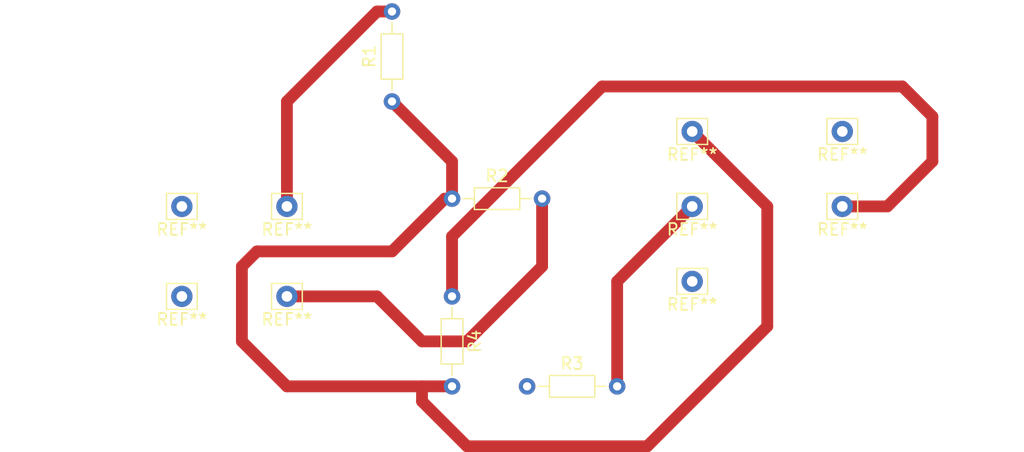
<source format=kicad_pcb>
(kicad_pcb (version 20171130) (host pcbnew "(5.1.4)-1")

  (general
    (thickness 1.6)
    (drawings 0)
    (tracks 33)
    (zones 0)
    (modules 13)
    (nets 6)
  )

  (page A4)
  (layers
    (0 F.Cu signal)
    (31 B.Cu signal)
    (32 B.Adhes user)
    (33 F.Adhes user)
    (34 B.Paste user)
    (35 F.Paste user)
    (36 B.SilkS user)
    (37 F.SilkS user)
    (38 B.Mask user)
    (39 F.Mask user)
    (40 Dwgs.User user)
    (41 Cmts.User user)
    (42 Eco1.User user)
    (43 Eco2.User user)
    (44 Edge.Cuts user)
    (45 Margin user)
    (46 B.CrtYd user)
    (47 F.CrtYd user)
    (48 B.Fab user)
    (49 F.Fab user)
  )

  (setup
    (last_trace_width 0.25)
    (user_trace_width 1)
    (trace_clearance 0.2)
    (zone_clearance 0.508)
    (zone_45_only no)
    (trace_min 0.2)
    (via_size 0.8)
    (via_drill 0.4)
    (via_min_size 0.4)
    (via_min_drill 0.3)
    (uvia_size 0.3)
    (uvia_drill 0.1)
    (uvias_allowed no)
    (uvia_min_size 0.2)
    (uvia_min_drill 0.1)
    (edge_width 0.05)
    (segment_width 0.2)
    (pcb_text_width 0.3)
    (pcb_text_size 1.5 1.5)
    (mod_edge_width 0.12)
    (mod_text_size 1 1)
    (mod_text_width 0.15)
    (pad_size 1.524 1.524)
    (pad_drill 0.762)
    (pad_to_mask_clearance 0.051)
    (solder_mask_min_width 0.25)
    (aux_axis_origin 0 0)
    (visible_elements 7FFFFFFF)
    (pcbplotparams
      (layerselection 0x010fc_ffffffff)
      (usegerberextensions false)
      (usegerberattributes false)
      (usegerberadvancedattributes false)
      (creategerberjobfile false)
      (excludeedgelayer true)
      (linewidth 0.100000)
      (plotframeref false)
      (viasonmask false)
      (mode 1)
      (useauxorigin false)
      (hpglpennumber 1)
      (hpglpenspeed 20)
      (hpglpendiameter 15.000000)
      (psnegative false)
      (psa4output false)
      (plotreference true)
      (plotvalue true)
      (plotinvisibletext false)
      (padsonsilk false)
      (subtractmaskfromsilk false)
      (outputformat 1)
      (mirror false)
      (drillshape 1)
      (scaleselection 1)
      (outputdirectory ""))
  )

  (net 0 "")
  (net 1 "Net-(R1-Pad2)")
  (net 2 "Net-(R1-Pad1)")
  (net 3 "Net-(R2-Pad2)")
  (net 4 Earth)
  (net 5 "Net-(R4-Pad1)")

  (net_class Default "Esta es la clase de red por defecto."
    (clearance 0.2)
    (trace_width 0.25)
    (via_dia 0.8)
    (via_drill 0.4)
    (uvia_dia 0.3)
    (uvia_drill 0.1)
    (add_net Earth)
    (add_net "Net-(R1-Pad1)")
    (add_net "Net-(R1-Pad2)")
    (add_net "Net-(R2-Pad2)")
    (add_net "Net-(R4-Pad1)")
  )

  (module Connector_Pin:Pin_D0.9mm_L10.0mm_W2.4mm_FlatFork (layer F.Cu) (tedit 5A1DC084) (tstamp 5DB9C128)
    (at 181.61 95.25)
    (descr "solder Pin_ with flat fork, hole diameter 0.9mm, length 10.0mm, width 2.4mm")
    (tags "solder Pin_ with flat fork")
    (fp_text reference REF** (at 0 1.95) (layer F.SilkS)
      (effects (font (size 1 1) (thickness 0.15)))
    )
    (fp_text value Pin_D0.9mm_L10.0mm_W2.4mm_FlatFork (at 0 -2.05) (layer F.Fab)
      (effects (font (size 1 1) (thickness 0.15)))
    )
    (fp_text user %R (at 0 1.95) (layer F.Fab)
      (effects (font (size 1 1) (thickness 0.15)))
    )
    (fp_line (start -1.3 -1.1) (end -1.3 0.6) (layer F.SilkS) (width 0.12))
    (fp_line (start -1.3 0.6) (end -1.3 1.1) (layer F.SilkS) (width 0.12))
    (fp_line (start -1.3 1.1) (end 1.3 1.1) (layer F.SilkS) (width 0.12))
    (fp_line (start 1.3 1.1) (end 1.3 -1.1) (layer F.SilkS) (width 0.12))
    (fp_line (start 1.3 -1.1) (end -1.3 -1.1) (layer F.SilkS) (width 0.12))
    (fp_line (start -1.2 -0.25) (end -1.2 0.25) (layer F.Fab) (width 0.12))
    (fp_line (start -1.2 0.25) (end 1.2 0.25) (layer F.Fab) (width 0.12))
    (fp_line (start 1.2 0.25) (end 1.2 -0.25) (layer F.Fab) (width 0.12))
    (fp_line (start 1.2 -0.25) (end -1.2 -0.25) (layer F.Fab) (width 0.12))
    (fp_line (start -1.7 -1.4) (end 1.7 -1.4) (layer F.CrtYd) (width 0.05))
    (fp_line (start -1.7 -1.4) (end -1.7 1.4) (layer F.CrtYd) (width 0.05))
    (fp_line (start 1.7 1.4) (end 1.7 -1.4) (layer F.CrtYd) (width 0.05))
    (fp_line (start 1.7 1.4) (end -1.7 1.4) (layer F.CrtYd) (width 0.05))
    (pad 1 thru_hole circle (at 0 0) (size 1.8 1.8) (drill 0.9) (layers *.Cu *.Mask))
    (model ${KISYS3DMOD}/Connector_Pin.3dshapes/Pin_D0.9mm_L10.0mm_W2.4mm_FlatFork.wrl
      (at (xyz 0 0 0))
      (scale (xyz 1 1 1))
      (rotate (xyz 0 0 0))
    )
  )

  (module Connector_Pin:Pin_D0.9mm_L10.0mm_W2.4mm_FlatFork (layer F.Cu) (tedit 5A1DC084) (tstamp 5DB9C116)
    (at 181.61 88.9)
    (descr "solder Pin_ with flat fork, hole diameter 0.9mm, length 10.0mm, width 2.4mm")
    (tags "solder Pin_ with flat fork")
    (fp_text reference REF** (at 0 1.95) (layer F.SilkS)
      (effects (font (size 1 1) (thickness 0.15)))
    )
    (fp_text value Pin_D0.9mm_L10.0mm_W2.4mm_FlatFork (at 0 -2.05) (layer F.Fab)
      (effects (font (size 1 1) (thickness 0.15)))
    )
    (fp_text user %R (at 0 1.95) (layer F.Fab)
      (effects (font (size 1 1) (thickness 0.15)))
    )
    (fp_line (start -1.3 -1.1) (end -1.3 0.6) (layer F.SilkS) (width 0.12))
    (fp_line (start -1.3 0.6) (end -1.3 1.1) (layer F.SilkS) (width 0.12))
    (fp_line (start -1.3 1.1) (end 1.3 1.1) (layer F.SilkS) (width 0.12))
    (fp_line (start 1.3 1.1) (end 1.3 -1.1) (layer F.SilkS) (width 0.12))
    (fp_line (start 1.3 -1.1) (end -1.3 -1.1) (layer F.SilkS) (width 0.12))
    (fp_line (start -1.2 -0.25) (end -1.2 0.25) (layer F.Fab) (width 0.12))
    (fp_line (start -1.2 0.25) (end 1.2 0.25) (layer F.Fab) (width 0.12))
    (fp_line (start 1.2 0.25) (end 1.2 -0.25) (layer F.Fab) (width 0.12))
    (fp_line (start 1.2 -0.25) (end -1.2 -0.25) (layer F.Fab) (width 0.12))
    (fp_line (start -1.7 -1.4) (end 1.7 -1.4) (layer F.CrtYd) (width 0.05))
    (fp_line (start -1.7 -1.4) (end -1.7 1.4) (layer F.CrtYd) (width 0.05))
    (fp_line (start 1.7 1.4) (end 1.7 -1.4) (layer F.CrtYd) (width 0.05))
    (fp_line (start 1.7 1.4) (end -1.7 1.4) (layer F.CrtYd) (width 0.05))
    (pad 1 thru_hole circle (at 0 0) (size 1.8 1.8) (drill 0.9) (layers *.Cu *.Mask))
    (model ${KISYS3DMOD}/Connector_Pin.3dshapes/Pin_D0.9mm_L10.0mm_W2.4mm_FlatFork.wrl
      (at (xyz 0 0 0))
      (scale (xyz 1 1 1))
      (rotate (xyz 0 0 0))
    )
  )

  (module Connector_Pin:Pin_D0.9mm_L10.0mm_W2.4mm_FlatFork (layer F.Cu) (tedit 5A1DC084) (tstamp 5DB9C104)
    (at 194.31 88.9)
    (descr "solder Pin_ with flat fork, hole diameter 0.9mm, length 10.0mm, width 2.4mm")
    (tags "solder Pin_ with flat fork")
    (fp_text reference REF** (at 0 1.95) (layer F.SilkS)
      (effects (font (size 1 1) (thickness 0.15)))
    )
    (fp_text value Pin_D0.9mm_L10.0mm_W2.4mm_FlatFork (at 0 -2.05) (layer F.Fab)
      (effects (font (size 1 1) (thickness 0.15)))
    )
    (fp_text user %R (at 0 1.95) (layer F.Fab)
      (effects (font (size 1 1) (thickness 0.15)))
    )
    (fp_line (start -1.3 -1.1) (end -1.3 0.6) (layer F.SilkS) (width 0.12))
    (fp_line (start -1.3 0.6) (end -1.3 1.1) (layer F.SilkS) (width 0.12))
    (fp_line (start -1.3 1.1) (end 1.3 1.1) (layer F.SilkS) (width 0.12))
    (fp_line (start 1.3 1.1) (end 1.3 -1.1) (layer F.SilkS) (width 0.12))
    (fp_line (start 1.3 -1.1) (end -1.3 -1.1) (layer F.SilkS) (width 0.12))
    (fp_line (start -1.2 -0.25) (end -1.2 0.25) (layer F.Fab) (width 0.12))
    (fp_line (start -1.2 0.25) (end 1.2 0.25) (layer F.Fab) (width 0.12))
    (fp_line (start 1.2 0.25) (end 1.2 -0.25) (layer F.Fab) (width 0.12))
    (fp_line (start 1.2 -0.25) (end -1.2 -0.25) (layer F.Fab) (width 0.12))
    (fp_line (start -1.7 -1.4) (end 1.7 -1.4) (layer F.CrtYd) (width 0.05))
    (fp_line (start -1.7 -1.4) (end -1.7 1.4) (layer F.CrtYd) (width 0.05))
    (fp_line (start 1.7 1.4) (end 1.7 -1.4) (layer F.CrtYd) (width 0.05))
    (fp_line (start 1.7 1.4) (end -1.7 1.4) (layer F.CrtYd) (width 0.05))
    (pad 1 thru_hole circle (at 0 0) (size 1.8 1.8) (drill 0.9) (layers *.Cu *.Mask))
    (model ${KISYS3DMOD}/Connector_Pin.3dshapes/Pin_D0.9mm_L10.0mm_W2.4mm_FlatFork.wrl
      (at (xyz 0 0 0))
      (scale (xyz 1 1 1))
      (rotate (xyz 0 0 0))
    )
  )

  (module Connector_Pin:Pin_D0.9mm_L10.0mm_W2.4mm_FlatFork (layer F.Cu) (tedit 5A1DC084) (tstamp 5DB9C0F2)
    (at 181.61 101.6)
    (descr "solder Pin_ with flat fork, hole diameter 0.9mm, length 10.0mm, width 2.4mm")
    (tags "solder Pin_ with flat fork")
    (fp_text reference REF** (at 0 1.95) (layer F.SilkS)
      (effects (font (size 1 1) (thickness 0.15)))
    )
    (fp_text value Pin_D0.9mm_L10.0mm_W2.4mm_FlatFork (at 0 -2.05) (layer F.Fab)
      (effects (font (size 1 1) (thickness 0.15)))
    )
    (fp_text user %R (at 0 1.95) (layer F.Fab)
      (effects (font (size 1 1) (thickness 0.15)))
    )
    (fp_line (start -1.3 -1.1) (end -1.3 0.6) (layer F.SilkS) (width 0.12))
    (fp_line (start -1.3 0.6) (end -1.3 1.1) (layer F.SilkS) (width 0.12))
    (fp_line (start -1.3 1.1) (end 1.3 1.1) (layer F.SilkS) (width 0.12))
    (fp_line (start 1.3 1.1) (end 1.3 -1.1) (layer F.SilkS) (width 0.12))
    (fp_line (start 1.3 -1.1) (end -1.3 -1.1) (layer F.SilkS) (width 0.12))
    (fp_line (start -1.2 -0.25) (end -1.2 0.25) (layer F.Fab) (width 0.12))
    (fp_line (start -1.2 0.25) (end 1.2 0.25) (layer F.Fab) (width 0.12))
    (fp_line (start 1.2 0.25) (end 1.2 -0.25) (layer F.Fab) (width 0.12))
    (fp_line (start 1.2 -0.25) (end -1.2 -0.25) (layer F.Fab) (width 0.12))
    (fp_line (start -1.7 -1.4) (end 1.7 -1.4) (layer F.CrtYd) (width 0.05))
    (fp_line (start -1.7 -1.4) (end -1.7 1.4) (layer F.CrtYd) (width 0.05))
    (fp_line (start 1.7 1.4) (end 1.7 -1.4) (layer F.CrtYd) (width 0.05))
    (fp_line (start 1.7 1.4) (end -1.7 1.4) (layer F.CrtYd) (width 0.05))
    (pad 1 thru_hole circle (at 0 0) (size 1.8 1.8) (drill 0.9) (layers *.Cu *.Mask))
    (model ${KISYS3DMOD}/Connector_Pin.3dshapes/Pin_D0.9mm_L10.0mm_W2.4mm_FlatFork.wrl
      (at (xyz 0 0 0))
      (scale (xyz 1 1 1))
      (rotate (xyz 0 0 0))
    )
  )

  (module Connector_Pin:Pin_D0.9mm_L10.0mm_W2.4mm_FlatFork (layer F.Cu) (tedit 5A1DC084) (tstamp 5DB9C0E0)
    (at 194.31 95.25)
    (descr "solder Pin_ with flat fork, hole diameter 0.9mm, length 10.0mm, width 2.4mm")
    (tags "solder Pin_ with flat fork")
    (fp_text reference REF** (at 0 1.95) (layer F.SilkS)
      (effects (font (size 1 1) (thickness 0.15)))
    )
    (fp_text value Pin_D0.9mm_L10.0mm_W2.4mm_FlatFork (at 0 -2.05) (layer F.Fab)
      (effects (font (size 1 1) (thickness 0.15)))
    )
    (fp_text user %R (at 0 1.95) (layer F.Fab)
      (effects (font (size 1 1) (thickness 0.15)))
    )
    (fp_line (start -1.3 -1.1) (end -1.3 0.6) (layer F.SilkS) (width 0.12))
    (fp_line (start -1.3 0.6) (end -1.3 1.1) (layer F.SilkS) (width 0.12))
    (fp_line (start -1.3 1.1) (end 1.3 1.1) (layer F.SilkS) (width 0.12))
    (fp_line (start 1.3 1.1) (end 1.3 -1.1) (layer F.SilkS) (width 0.12))
    (fp_line (start 1.3 -1.1) (end -1.3 -1.1) (layer F.SilkS) (width 0.12))
    (fp_line (start -1.2 -0.25) (end -1.2 0.25) (layer F.Fab) (width 0.12))
    (fp_line (start -1.2 0.25) (end 1.2 0.25) (layer F.Fab) (width 0.12))
    (fp_line (start 1.2 0.25) (end 1.2 -0.25) (layer F.Fab) (width 0.12))
    (fp_line (start 1.2 -0.25) (end -1.2 -0.25) (layer F.Fab) (width 0.12))
    (fp_line (start -1.7 -1.4) (end 1.7 -1.4) (layer F.CrtYd) (width 0.05))
    (fp_line (start -1.7 -1.4) (end -1.7 1.4) (layer F.CrtYd) (width 0.05))
    (fp_line (start 1.7 1.4) (end 1.7 -1.4) (layer F.CrtYd) (width 0.05))
    (fp_line (start 1.7 1.4) (end -1.7 1.4) (layer F.CrtYd) (width 0.05))
    (pad 1 thru_hole circle (at 0 0) (size 1.8 1.8) (drill 0.9) (layers *.Cu *.Mask))
    (model ${KISYS3DMOD}/Connector_Pin.3dshapes/Pin_D0.9mm_L10.0mm_W2.4mm_FlatFork.wrl
      (at (xyz 0 0 0))
      (scale (xyz 1 1 1))
      (rotate (xyz 0 0 0))
    )
  )

  (module Connector_Pin:Pin_D0.9mm_L10.0mm_W2.4mm_FlatFork (layer F.Cu) (tedit 5A1DC084) (tstamp 5DB9CB91)
    (at 138.43 102.87)
    (descr "solder Pin_ with flat fork, hole diameter 0.9mm, length 10.0mm, width 2.4mm")
    (tags "solder Pin_ with flat fork")
    (fp_text reference REF** (at 0 1.95) (layer F.SilkS)
      (effects (font (size 1 1) (thickness 0.15)))
    )
    (fp_text value Pin_D0.9mm_L10.0mm_W2.4mm_FlatFork (at 0 -2.05) (layer F.Fab)
      (effects (font (size 1 1) (thickness 0.15)))
    )
    (fp_line (start 1.7 1.4) (end -1.7 1.4) (layer F.CrtYd) (width 0.05))
    (fp_line (start 1.7 1.4) (end 1.7 -1.4) (layer F.CrtYd) (width 0.05))
    (fp_line (start -1.7 -1.4) (end -1.7 1.4) (layer F.CrtYd) (width 0.05))
    (fp_line (start -1.7 -1.4) (end 1.7 -1.4) (layer F.CrtYd) (width 0.05))
    (fp_line (start 1.2 -0.25) (end -1.2 -0.25) (layer F.Fab) (width 0.12))
    (fp_line (start 1.2 0.25) (end 1.2 -0.25) (layer F.Fab) (width 0.12))
    (fp_line (start -1.2 0.25) (end 1.2 0.25) (layer F.Fab) (width 0.12))
    (fp_line (start -1.2 -0.25) (end -1.2 0.25) (layer F.Fab) (width 0.12))
    (fp_line (start 1.3 -1.1) (end -1.3 -1.1) (layer F.SilkS) (width 0.12))
    (fp_line (start 1.3 1.1) (end 1.3 -1.1) (layer F.SilkS) (width 0.12))
    (fp_line (start -1.3 1.1) (end 1.3 1.1) (layer F.SilkS) (width 0.12))
    (fp_line (start -1.3 0.6) (end -1.3 1.1) (layer F.SilkS) (width 0.12))
    (fp_line (start -1.3 -1.1) (end -1.3 0.6) (layer F.SilkS) (width 0.12))
    (fp_text user %R (at 0 1.95) (layer F.Fab)
      (effects (font (size 1 1) (thickness 0.15)))
    )
    (pad 1 thru_hole circle (at 0 0) (size 1.8 1.8) (drill 0.9) (layers *.Cu *.Mask))
    (model ${KISYS3DMOD}/Connector_Pin.3dshapes/Pin_D0.9mm_L10.0mm_W2.4mm_FlatFork.wrl
      (at (xyz 0 0 0))
      (scale (xyz 1 1 1))
      (rotate (xyz 0 0 0))
    )
  )

  (module Connector_Pin:Pin_D0.9mm_L10.0mm_W2.4mm_FlatFork (layer F.Cu) (tedit 5A1DC084) (tstamp 5DB9CB48)
    (at 138.43 95.25)
    (descr "solder Pin_ with flat fork, hole diameter 0.9mm, length 10.0mm, width 2.4mm")
    (tags "solder Pin_ with flat fork")
    (fp_text reference REF** (at 0 1.95) (layer F.SilkS)
      (effects (font (size 1 1) (thickness 0.15)))
    )
    (fp_text value Pin_D0.9mm_L10.0mm_W2.4mm_FlatFork (at 0 -2.05) (layer F.Fab)
      (effects (font (size 1 1) (thickness 0.15)))
    )
    (fp_line (start 1.7 1.4) (end -1.7 1.4) (layer F.CrtYd) (width 0.05))
    (fp_line (start 1.7 1.4) (end 1.7 -1.4) (layer F.CrtYd) (width 0.05))
    (fp_line (start -1.7 -1.4) (end -1.7 1.4) (layer F.CrtYd) (width 0.05))
    (fp_line (start -1.7 -1.4) (end 1.7 -1.4) (layer F.CrtYd) (width 0.05))
    (fp_line (start 1.2 -0.25) (end -1.2 -0.25) (layer F.Fab) (width 0.12))
    (fp_line (start 1.2 0.25) (end 1.2 -0.25) (layer F.Fab) (width 0.12))
    (fp_line (start -1.2 0.25) (end 1.2 0.25) (layer F.Fab) (width 0.12))
    (fp_line (start -1.2 -0.25) (end -1.2 0.25) (layer F.Fab) (width 0.12))
    (fp_line (start 1.3 -1.1) (end -1.3 -1.1) (layer F.SilkS) (width 0.12))
    (fp_line (start 1.3 1.1) (end 1.3 -1.1) (layer F.SilkS) (width 0.12))
    (fp_line (start -1.3 1.1) (end 1.3 1.1) (layer F.SilkS) (width 0.12))
    (fp_line (start -1.3 0.6) (end -1.3 1.1) (layer F.SilkS) (width 0.12))
    (fp_line (start -1.3 -1.1) (end -1.3 0.6) (layer F.SilkS) (width 0.12))
    (fp_text user %R (at 0 1.95) (layer F.Fab)
      (effects (font (size 1 1) (thickness 0.15)))
    )
    (pad 1 thru_hole circle (at 0 0) (size 1.8 1.8) (drill 0.9) (layers *.Cu *.Mask))
    (model ${KISYS3DMOD}/Connector_Pin.3dshapes/Pin_D0.9mm_L10.0mm_W2.4mm_FlatFork.wrl
      (at (xyz 0 0 0))
      (scale (xyz 1 1 1))
      (rotate (xyz 0 0 0))
    )
  )

  (module Connector_Pin:Pin_D0.9mm_L10.0mm_W2.4mm_FlatFork (layer F.Cu) (tedit 5A1DC084) (tstamp 5DB9CAFF)
    (at 147.32 102.87)
    (descr "solder Pin_ with flat fork, hole diameter 0.9mm, length 10.0mm, width 2.4mm")
    (tags "solder Pin_ with flat fork")
    (fp_text reference REF** (at 0 1.95) (layer F.SilkS)
      (effects (font (size 1 1) (thickness 0.15)))
    )
    (fp_text value Pin_D0.9mm_L10.0mm_W2.4mm_FlatFork (at 0 -2.05) (layer F.Fab)
      (effects (font (size 1 1) (thickness 0.15)))
    )
    (fp_line (start 1.7 1.4) (end -1.7 1.4) (layer F.CrtYd) (width 0.05))
    (fp_line (start 1.7 1.4) (end 1.7 -1.4) (layer F.CrtYd) (width 0.05))
    (fp_line (start -1.7 -1.4) (end -1.7 1.4) (layer F.CrtYd) (width 0.05))
    (fp_line (start -1.7 -1.4) (end 1.7 -1.4) (layer F.CrtYd) (width 0.05))
    (fp_line (start 1.2 -0.25) (end -1.2 -0.25) (layer F.Fab) (width 0.12))
    (fp_line (start 1.2 0.25) (end 1.2 -0.25) (layer F.Fab) (width 0.12))
    (fp_line (start -1.2 0.25) (end 1.2 0.25) (layer F.Fab) (width 0.12))
    (fp_line (start -1.2 -0.25) (end -1.2 0.25) (layer F.Fab) (width 0.12))
    (fp_line (start 1.3 -1.1) (end -1.3 -1.1) (layer F.SilkS) (width 0.12))
    (fp_line (start 1.3 1.1) (end 1.3 -1.1) (layer F.SilkS) (width 0.12))
    (fp_line (start -1.3 1.1) (end 1.3 1.1) (layer F.SilkS) (width 0.12))
    (fp_line (start -1.3 0.6) (end -1.3 1.1) (layer F.SilkS) (width 0.12))
    (fp_line (start -1.3 -1.1) (end -1.3 0.6) (layer F.SilkS) (width 0.12))
    (fp_text user %R (at 0 1.95) (layer F.Fab)
      (effects (font (size 1 1) (thickness 0.15)))
    )
    (pad 1 thru_hole circle (at 0 0) (size 1.8 1.8) (drill 0.9) (layers *.Cu *.Mask))
    (model ${KISYS3DMOD}/Connector_Pin.3dshapes/Pin_D0.9mm_L10.0mm_W2.4mm_FlatFork.wrl
      (at (xyz 0 0 0))
      (scale (xyz 1 1 1))
      (rotate (xyz 0 0 0))
    )
  )

  (module Connector_Pin:Pin_D0.9mm_L10.0mm_W2.4mm_FlatFork (layer F.Cu) (tedit 5A1DC084) (tstamp 5DB9CAB6)
    (at 147.32 95.25)
    (descr "solder Pin_ with flat fork, hole diameter 0.9mm, length 10.0mm, width 2.4mm")
    (tags "solder Pin_ with flat fork")
    (fp_text reference REF** (at 0 1.95) (layer F.SilkS)
      (effects (font (size 1 1) (thickness 0.15)))
    )
    (fp_text value Pin_D0.9mm_L10.0mm_W2.4mm_FlatFork (at 0 -2.05) (layer F.Fab)
      (effects (font (size 1 1) (thickness 0.15)))
    )
    (fp_line (start 1.7 1.4) (end -1.7 1.4) (layer F.CrtYd) (width 0.05))
    (fp_line (start 1.7 1.4) (end 1.7 -1.4) (layer F.CrtYd) (width 0.05))
    (fp_line (start -1.7 -1.4) (end -1.7 1.4) (layer F.CrtYd) (width 0.05))
    (fp_line (start -1.7 -1.4) (end 1.7 -1.4) (layer F.CrtYd) (width 0.05))
    (fp_line (start 1.2 -0.25) (end -1.2 -0.25) (layer F.Fab) (width 0.12))
    (fp_line (start 1.2 0.25) (end 1.2 -0.25) (layer F.Fab) (width 0.12))
    (fp_line (start -1.2 0.25) (end 1.2 0.25) (layer F.Fab) (width 0.12))
    (fp_line (start -1.2 -0.25) (end -1.2 0.25) (layer F.Fab) (width 0.12))
    (fp_line (start 1.3 -1.1) (end -1.3 -1.1) (layer F.SilkS) (width 0.12))
    (fp_line (start 1.3 1.1) (end 1.3 -1.1) (layer F.SilkS) (width 0.12))
    (fp_line (start -1.3 1.1) (end 1.3 1.1) (layer F.SilkS) (width 0.12))
    (fp_line (start -1.3 0.6) (end -1.3 1.1) (layer F.SilkS) (width 0.12))
    (fp_line (start -1.3 -1.1) (end -1.3 0.6) (layer F.SilkS) (width 0.12))
    (fp_text user %R (at 0 1.95) (layer F.Fab)
      (effects (font (size 1 1) (thickness 0.15)))
    )
    (pad 1 thru_hole circle (at 0 0) (size 1.8 1.8) (drill 0.9) (layers *.Cu *.Mask))
    (model ${KISYS3DMOD}/Connector_Pin.3dshapes/Pin_D0.9mm_L10.0mm_W2.4mm_FlatFork.wrl
      (at (xyz 0 0 0))
      (scale (xyz 1 1 1))
      (rotate (xyz 0 0 0))
    )
  )

  (module Resistor_THT:R_Axial_DIN0204_L3.6mm_D1.6mm_P7.62mm_Horizontal (layer F.Cu) (tedit 5AE5139B) (tstamp 5DB9C890)
    (at 161.29 102.87 270)
    (descr "Resistor, Axial_DIN0204 series, Axial, Horizontal, pin pitch=7.62mm, 0.167W, length*diameter=3.6*1.6mm^2, http://cdn-reichelt.de/documents/datenblatt/B400/1_4W%23YAG.pdf")
    (tags "Resistor Axial_DIN0204 series Axial Horizontal pin pitch 7.62mm 0.167W length 3.6mm diameter 1.6mm")
    (path /5DB9EF12)
    (fp_text reference R4 (at 3.81 -1.92 90) (layer F.SilkS)
      (effects (font (size 1 1) (thickness 0.15)))
    )
    (fp_text value R (at 3.81 1.92 90) (layer F.Fab)
      (effects (font (size 1 1) (thickness 0.15)))
    )
    (fp_text user %R (at 3.81 0 90) (layer F.Fab)
      (effects (font (size 0.72 0.72) (thickness 0.108)))
    )
    (fp_line (start 8.57 -1.05) (end -0.95 -1.05) (layer F.CrtYd) (width 0.05))
    (fp_line (start 8.57 1.05) (end 8.57 -1.05) (layer F.CrtYd) (width 0.05))
    (fp_line (start -0.95 1.05) (end 8.57 1.05) (layer F.CrtYd) (width 0.05))
    (fp_line (start -0.95 -1.05) (end -0.95 1.05) (layer F.CrtYd) (width 0.05))
    (fp_line (start 6.68 0) (end 5.73 0) (layer F.SilkS) (width 0.12))
    (fp_line (start 0.94 0) (end 1.89 0) (layer F.SilkS) (width 0.12))
    (fp_line (start 5.73 -0.92) (end 1.89 -0.92) (layer F.SilkS) (width 0.12))
    (fp_line (start 5.73 0.92) (end 5.73 -0.92) (layer F.SilkS) (width 0.12))
    (fp_line (start 1.89 0.92) (end 5.73 0.92) (layer F.SilkS) (width 0.12))
    (fp_line (start 1.89 -0.92) (end 1.89 0.92) (layer F.SilkS) (width 0.12))
    (fp_line (start 7.62 0) (end 5.61 0) (layer F.Fab) (width 0.1))
    (fp_line (start 0 0) (end 2.01 0) (layer F.Fab) (width 0.1))
    (fp_line (start 5.61 -0.8) (end 2.01 -0.8) (layer F.Fab) (width 0.1))
    (fp_line (start 5.61 0.8) (end 5.61 -0.8) (layer F.Fab) (width 0.1))
    (fp_line (start 2.01 0.8) (end 5.61 0.8) (layer F.Fab) (width 0.1))
    (fp_line (start 2.01 -0.8) (end 2.01 0.8) (layer F.Fab) (width 0.1))
    (pad 2 thru_hole oval (at 7.62 0 270) (size 1.4 1.4) (drill 0.7) (layers *.Cu *.Mask)
      (net 2 "Net-(R1-Pad1)"))
    (pad 1 thru_hole circle (at 0 0 270) (size 1.4 1.4) (drill 0.7) (layers *.Cu *.Mask)
      (net 5 "Net-(R4-Pad1)"))
    (model ${KISYS3DMOD}/Resistor_THT.3dshapes/R_Axial_DIN0204_L3.6mm_D1.6mm_P7.62mm_Horizontal.wrl
      (at (xyz 0 0 0))
      (scale (xyz 1 1 1))
      (rotate (xyz 0 0 0))
    )
  )

  (module Resistor_THT:R_Axial_DIN0204_L3.6mm_D1.6mm_P7.62mm_Horizontal (layer F.Cu) (tedit 5AE5139B) (tstamp 5DB9C879)
    (at 167.64 110.49)
    (descr "Resistor, Axial_DIN0204 series, Axial, Horizontal, pin pitch=7.62mm, 0.167W, length*diameter=3.6*1.6mm^2, http://cdn-reichelt.de/documents/datenblatt/B400/1_4W%23YAG.pdf")
    (tags "Resistor Axial_DIN0204 series Axial Horizontal pin pitch 7.62mm 0.167W length 3.6mm diameter 1.6mm")
    (path /5DB9F374)
    (fp_text reference R3 (at 3.81 -1.92) (layer F.SilkS)
      (effects (font (size 1 1) (thickness 0.15)))
    )
    (fp_text value R (at 3.81 1.92) (layer F.Fab)
      (effects (font (size 1 1) (thickness 0.15)))
    )
    (fp_text user %R (at 3.81 0) (layer F.Fab)
      (effects (font (size 0.72 0.72) (thickness 0.108)))
    )
    (fp_line (start 8.57 -1.05) (end -0.95 -1.05) (layer F.CrtYd) (width 0.05))
    (fp_line (start 8.57 1.05) (end 8.57 -1.05) (layer F.CrtYd) (width 0.05))
    (fp_line (start -0.95 1.05) (end 8.57 1.05) (layer F.CrtYd) (width 0.05))
    (fp_line (start -0.95 -1.05) (end -0.95 1.05) (layer F.CrtYd) (width 0.05))
    (fp_line (start 6.68 0) (end 5.73 0) (layer F.SilkS) (width 0.12))
    (fp_line (start 0.94 0) (end 1.89 0) (layer F.SilkS) (width 0.12))
    (fp_line (start 5.73 -0.92) (end 1.89 -0.92) (layer F.SilkS) (width 0.12))
    (fp_line (start 5.73 0.92) (end 5.73 -0.92) (layer F.SilkS) (width 0.12))
    (fp_line (start 1.89 0.92) (end 5.73 0.92) (layer F.SilkS) (width 0.12))
    (fp_line (start 1.89 -0.92) (end 1.89 0.92) (layer F.SilkS) (width 0.12))
    (fp_line (start 7.62 0) (end 5.61 0) (layer F.Fab) (width 0.1))
    (fp_line (start 0 0) (end 2.01 0) (layer F.Fab) (width 0.1))
    (fp_line (start 5.61 -0.8) (end 2.01 -0.8) (layer F.Fab) (width 0.1))
    (fp_line (start 5.61 0.8) (end 5.61 -0.8) (layer F.Fab) (width 0.1))
    (fp_line (start 2.01 0.8) (end 5.61 0.8) (layer F.Fab) (width 0.1))
    (fp_line (start 2.01 -0.8) (end 2.01 0.8) (layer F.Fab) (width 0.1))
    (pad 2 thru_hole oval (at 7.62 0) (size 1.4 1.4) (drill 0.7) (layers *.Cu *.Mask)
      (net 4 Earth))
    (pad 1 thru_hole circle (at 0 0) (size 1.4 1.4) (drill 0.7) (layers *.Cu *.Mask)
      (net 2 "Net-(R1-Pad1)"))
    (model ${KISYS3DMOD}/Resistor_THT.3dshapes/R_Axial_DIN0204_L3.6mm_D1.6mm_P7.62mm_Horizontal.wrl
      (at (xyz 0 0 0))
      (scale (xyz 1 1 1))
      (rotate (xyz 0 0 0))
    )
  )

  (module Resistor_THT:R_Axial_DIN0204_L3.6mm_D1.6mm_P7.62mm_Horizontal (layer F.Cu) (tedit 5AE5139B) (tstamp 5DB9C862)
    (at 161.29 94.59)
    (descr "Resistor, Axial_DIN0204 series, Axial, Horizontal, pin pitch=7.62mm, 0.167W, length*diameter=3.6*1.6mm^2, http://cdn-reichelt.de/documents/datenblatt/B400/1_4W%23YAG.pdf")
    (tags "Resistor Axial_DIN0204 series Axial Horizontal pin pitch 7.62mm 0.167W length 3.6mm diameter 1.6mm")
    (path /5DB9F295)
    (fp_text reference R2 (at 3.81 -1.92) (layer F.SilkS)
      (effects (font (size 1 1) (thickness 0.15)))
    )
    (fp_text value R (at 3.81 1.92) (layer F.Fab)
      (effects (font (size 1 1) (thickness 0.15)))
    )
    (fp_text user %R (at 3.81 0) (layer F.Fab)
      (effects (font (size 0.72 0.72) (thickness 0.108)))
    )
    (fp_line (start 8.57 -1.05) (end -0.95 -1.05) (layer F.CrtYd) (width 0.05))
    (fp_line (start 8.57 1.05) (end 8.57 -1.05) (layer F.CrtYd) (width 0.05))
    (fp_line (start -0.95 1.05) (end 8.57 1.05) (layer F.CrtYd) (width 0.05))
    (fp_line (start -0.95 -1.05) (end -0.95 1.05) (layer F.CrtYd) (width 0.05))
    (fp_line (start 6.68 0) (end 5.73 0) (layer F.SilkS) (width 0.12))
    (fp_line (start 0.94 0) (end 1.89 0) (layer F.SilkS) (width 0.12))
    (fp_line (start 5.73 -0.92) (end 1.89 -0.92) (layer F.SilkS) (width 0.12))
    (fp_line (start 5.73 0.92) (end 5.73 -0.92) (layer F.SilkS) (width 0.12))
    (fp_line (start 1.89 0.92) (end 5.73 0.92) (layer F.SilkS) (width 0.12))
    (fp_line (start 1.89 -0.92) (end 1.89 0.92) (layer F.SilkS) (width 0.12))
    (fp_line (start 7.62 0) (end 5.61 0) (layer F.Fab) (width 0.1))
    (fp_line (start 0 0) (end 2.01 0) (layer F.Fab) (width 0.1))
    (fp_line (start 5.61 -0.8) (end 2.01 -0.8) (layer F.Fab) (width 0.1))
    (fp_line (start 5.61 0.8) (end 5.61 -0.8) (layer F.Fab) (width 0.1))
    (fp_line (start 2.01 0.8) (end 5.61 0.8) (layer F.Fab) (width 0.1))
    (fp_line (start 2.01 -0.8) (end 2.01 0.8) (layer F.Fab) (width 0.1))
    (pad 2 thru_hole oval (at 7.62 0) (size 1.4 1.4) (drill 0.7) (layers *.Cu *.Mask)
      (net 3 "Net-(R2-Pad2)"))
    (pad 1 thru_hole circle (at 0 0) (size 1.4 1.4) (drill 0.7) (layers *.Cu *.Mask)
      (net 2 "Net-(R1-Pad1)"))
    (model ${KISYS3DMOD}/Resistor_THT.3dshapes/R_Axial_DIN0204_L3.6mm_D1.6mm_P7.62mm_Horizontal.wrl
      (at (xyz 0 0 0))
      (scale (xyz 1 1 1))
      (rotate (xyz 0 0 0))
    )
  )

  (module Resistor_THT:R_Axial_DIN0204_L3.6mm_D1.6mm_P7.62mm_Horizontal (layer F.Cu) (tedit 5AE5139B) (tstamp 5DB9C84B)
    (at 156.21 86.36 90)
    (descr "Resistor, Axial_DIN0204 series, Axial, Horizontal, pin pitch=7.62mm, 0.167W, length*diameter=3.6*1.6mm^2, http://cdn-reichelt.de/documents/datenblatt/B400/1_4W%23YAG.pdf")
    (tags "Resistor Axial_DIN0204 series Axial Horizontal pin pitch 7.62mm 0.167W length 3.6mm diameter 1.6mm")
    (path /5DB9F12E)
    (fp_text reference R1 (at 3.81 -1.92 90) (layer F.SilkS)
      (effects (font (size 1 1) (thickness 0.15)))
    )
    (fp_text value R (at 3.81 1.92 90) (layer F.Fab)
      (effects (font (size 1 1) (thickness 0.15)))
    )
    (fp_text user %R (at 3.81 0 90) (layer F.Fab)
      (effects (font (size 0.72 0.72) (thickness 0.108)))
    )
    (fp_line (start 8.57 -1.05) (end -0.95 -1.05) (layer F.CrtYd) (width 0.05))
    (fp_line (start 8.57 1.05) (end 8.57 -1.05) (layer F.CrtYd) (width 0.05))
    (fp_line (start -0.95 1.05) (end 8.57 1.05) (layer F.CrtYd) (width 0.05))
    (fp_line (start -0.95 -1.05) (end -0.95 1.05) (layer F.CrtYd) (width 0.05))
    (fp_line (start 6.68 0) (end 5.73 0) (layer F.SilkS) (width 0.12))
    (fp_line (start 0.94 0) (end 1.89 0) (layer F.SilkS) (width 0.12))
    (fp_line (start 5.73 -0.92) (end 1.89 -0.92) (layer F.SilkS) (width 0.12))
    (fp_line (start 5.73 0.92) (end 5.73 -0.92) (layer F.SilkS) (width 0.12))
    (fp_line (start 1.89 0.92) (end 5.73 0.92) (layer F.SilkS) (width 0.12))
    (fp_line (start 1.89 -0.92) (end 1.89 0.92) (layer F.SilkS) (width 0.12))
    (fp_line (start 7.62 0) (end 5.61 0) (layer F.Fab) (width 0.1))
    (fp_line (start 0 0) (end 2.01 0) (layer F.Fab) (width 0.1))
    (fp_line (start 5.61 -0.8) (end 2.01 -0.8) (layer F.Fab) (width 0.1))
    (fp_line (start 5.61 0.8) (end 5.61 -0.8) (layer F.Fab) (width 0.1))
    (fp_line (start 2.01 0.8) (end 5.61 0.8) (layer F.Fab) (width 0.1))
    (fp_line (start 2.01 -0.8) (end 2.01 0.8) (layer F.Fab) (width 0.1))
    (pad 2 thru_hole oval (at 7.62 0 90) (size 1.4 1.4) (drill 0.7) (layers *.Cu *.Mask)
      (net 1 "Net-(R1-Pad2)"))
    (pad 1 thru_hole circle (at 0 0 90) (size 1.4 1.4) (drill 0.7) (layers *.Cu *.Mask)
      (net 2 "Net-(R1-Pad1)"))
    (model ${KISYS3DMOD}/Resistor_THT.3dshapes/R_Axial_DIN0204_L3.6mm_D1.6mm_P7.62mm_Horizontal.wrl
      (at (xyz 0 0 0))
      (scale (xyz 1 1 1))
      (rotate (xyz 0 0 0))
    )
  )

  (segment (start 147.32 95.25) (end 147.32 86.36) (width 1) (layer F.Cu) (net 0))
  (segment (start 147.32 102.87) (end 154.94 102.87) (width 1) (layer F.Cu) (net 0))
  (segment (start 154.94 102.87) (end 158.75 106.68) (width 1) (layer F.Cu) (net 0))
  (segment (start 158.75 106.68) (end 162.56 106.68) (width 1) (layer F.Cu) (net 0))
  (segment (start 162.56 106.68) (end 168.91 100.33) (width 1) (layer F.Cu) (net 0))
  (segment (start 154.94 78.74) (end 156.21 78.74) (width 1) (layer F.Cu) (net 1))
  (segment (start 147.32 86.36) (end 154.94 78.74) (width 1) (layer F.Cu) (net 1))
  (segment (start 161.29 91.44) (end 156.21 86.36) (width 1) (layer F.Cu) (net 2))
  (segment (start 161.29 94.59) (end 161.29 91.44) (width 1) (layer F.Cu) (net 2))
  (segment (start 161.29 94.59) (end 160.68 94.59) (width 1) (layer F.Cu) (net 2))
  (segment (start 160.68 94.59) (end 156.21 99.06) (width 1) (layer F.Cu) (net 2))
  (segment (start 156.21 99.06) (end 144.78 99.06) (width 1) (layer F.Cu) (net 2))
  (segment (start 144.78 99.06) (end 143.51 100.33) (width 1) (layer F.Cu) (net 2))
  (segment (start 143.51 100.33) (end 143.51 106.68) (width 1) (layer F.Cu) (net 2))
  (segment (start 143.51 106.68) (end 147.32 110.49) (width 1) (layer F.Cu) (net 2))
  (segment (start 158.75 110.49) (end 158.75 111.76) (width 1) (layer F.Cu) (net 2))
  (segment (start 158.75 110.49) (end 161.29 110.49) (width 1) (layer F.Cu) (net 2))
  (segment (start 147.32 110.49) (end 158.75 110.49) (width 1) (layer F.Cu) (net 2))
  (segment (start 158.75 111.76) (end 162.56 115.57) (width 1) (layer F.Cu) (net 2))
  (segment (start 162.56 115.57) (end 177.8 115.57) (width 1) (layer F.Cu) (net 2))
  (segment (start 177.8 115.57) (end 187.96 105.41) (width 1) (layer F.Cu) (net 2))
  (segment (start 187.96 95.25) (end 181.61 88.9) (width 1) (layer F.Cu) (net 2))
  (segment (start 187.96 105.41) (end 187.96 95.25) (width 1) (layer F.Cu) (net 2))
  (segment (start 168.91 100.33) (end 168.91 94.59) (width 1) (layer F.Cu) (net 3))
  (segment (start 175.26 101.6) (end 181.61 95.25) (width 1) (layer F.Cu) (net 4))
  (segment (start 175.26 110.49) (end 175.26 101.6) (width 1) (layer F.Cu) (net 4))
  (segment (start 198.12 95.25) (end 194.31 95.25) (width 1) (layer F.Cu) (net 5))
  (segment (start 161.29 97.79) (end 173.99 85.09) (width 1) (layer F.Cu) (net 5))
  (segment (start 161.29 102.87) (end 161.29 97.79) (width 1) (layer F.Cu) (net 5))
  (segment (start 173.99 85.09) (end 199.39 85.09) (width 1) (layer F.Cu) (net 5))
  (segment (start 199.39 85.09) (end 201.93 87.63) (width 1) (layer F.Cu) (net 5))
  (segment (start 201.93 87.63) (end 201.93 91.44) (width 1) (layer F.Cu) (net 5))
  (segment (start 201.93 91.44) (end 198.12 95.25) (width 1) (layer F.Cu) (net 5))

)

</source>
